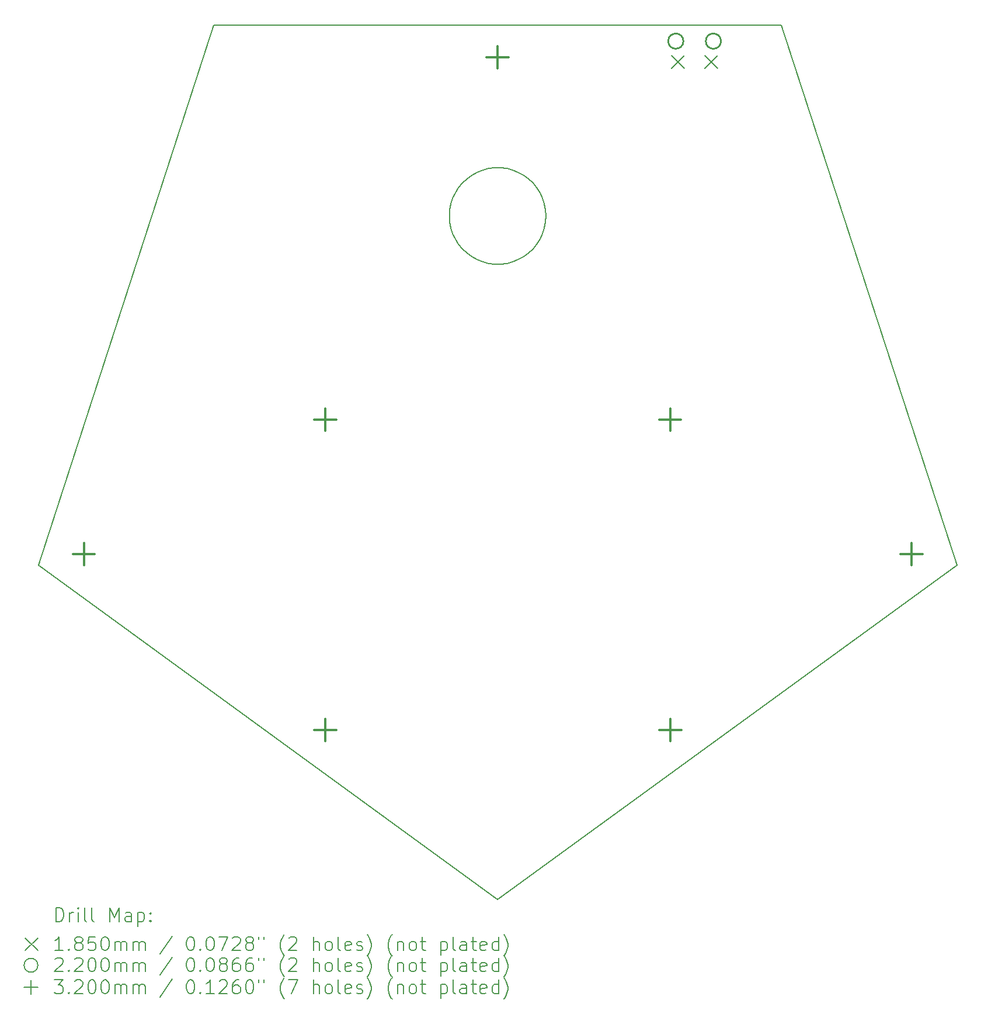
<source format=gbr>
%TF.GenerationSoftware,KiCad,Pcbnew,8.0.5*%
%TF.CreationDate,2024-10-05T13:16:59+02:00*%
%TF.ProjectId,valiant-turtle-2,76616c69-616e-4742-9d74-7572746c652d,rev?*%
%TF.SameCoordinates,Original*%
%TF.FileFunction,Drillmap*%
%TF.FilePolarity,Positive*%
%FSLAX45Y45*%
G04 Gerber Fmt 4.5, Leading zero omitted, Abs format (unit mm)*
G04 Created by KiCad (PCBNEW 8.0.5) date 2024-10-05 13:16:59*
%MOMM*%
%LPD*%
G01*
G04 APERTURE LIST*
%ADD10C,0.200000*%
%ADD11C,0.185000*%
%ADD12C,0.220000*%
%ADD13C,0.320000*%
G04 APERTURE END LIST*
D10*
X11828072Y-7411490D02*
X11855238Y-7327880D01*
X13184088Y-7411490D02*
X13200559Y-7497840D01*
X11892666Y-7248340D02*
X11939768Y-7174120D01*
X12881158Y-6994540D02*
X12952276Y-7046210D01*
X11855238Y-7327880D02*
X11892666Y-7248340D01*
X8391580Y-4822450D02*
X5848680Y-12648690D01*
X11995803Y-7106390D02*
X12059884Y-7046210D01*
X12881158Y-8176600D02*
X12804125Y-8218950D01*
X11828072Y-7759650D02*
X11811601Y-7673300D01*
X13119494Y-7248340D02*
X13156922Y-7327880D01*
X12374914Y-6897970D02*
X12462127Y-6886950D01*
X16620580Y-4822450D02*
X8391580Y-4822450D01*
X12952276Y-8124930D02*
X12881158Y-8176600D01*
X19163480Y-12648690D02*
X16620580Y-4822450D01*
X13200559Y-7673300D02*
X13184088Y-7759650D01*
X12722392Y-6919830D02*
X12804125Y-6952190D01*
X12804125Y-8218950D02*
X12722392Y-8251310D01*
X13184088Y-7759650D02*
X13156922Y-7843260D01*
X13200559Y-7497840D02*
X13206080Y-7585570D01*
X12637246Y-8273170D02*
X12550033Y-8284190D01*
X12722392Y-8251310D02*
X12637246Y-8273170D01*
X11811601Y-7497840D02*
X11828072Y-7411490D01*
X12462127Y-6886950D02*
X12550033Y-6886950D01*
X12637246Y-6897970D02*
X12722392Y-6919830D01*
X5848680Y-12648690D02*
X12506080Y-17485570D01*
X11892666Y-7922800D02*
X11855238Y-7843260D01*
X13016357Y-8064750D02*
X12952276Y-8124930D01*
X11995803Y-8064750D02*
X11939768Y-7997020D01*
X12131002Y-6994540D02*
X12208035Y-6952190D01*
X12374914Y-8273170D02*
X12289768Y-8251310D01*
X12289768Y-8251310D02*
X12208035Y-8218950D01*
X12059884Y-7046210D02*
X12131002Y-6994540D01*
X12952276Y-7046210D02*
X13016357Y-7106390D01*
X12550033Y-8284190D02*
X12462127Y-8284190D01*
X11811601Y-7673300D02*
X11806080Y-7585570D01*
X12208035Y-8218950D02*
X12131002Y-8176600D01*
X11855238Y-7843260D02*
X11828072Y-7759650D01*
X13206080Y-7585570D02*
X13200559Y-7673300D01*
X12462127Y-8284190D02*
X12374914Y-8273170D01*
X13072392Y-7997020D02*
X13016357Y-8064750D01*
X12804125Y-6952190D02*
X12881158Y-6994540D01*
X12550033Y-6886950D02*
X12637246Y-6897970D01*
X13156922Y-7327880D02*
X13184088Y-7411490D01*
X12506080Y-17485570D02*
X19163480Y-12648690D01*
X12059884Y-8124930D02*
X11995803Y-8064750D01*
X13119494Y-7922800D02*
X13072392Y-7997020D01*
X11939768Y-7997020D02*
X11892666Y-7922800D01*
X13072392Y-7174120D02*
X13119494Y-7248340D01*
X13156922Y-7843260D02*
X13119494Y-7922800D01*
X13016357Y-7106390D02*
X13072392Y-7174120D01*
X12289768Y-6919830D02*
X12374914Y-6897970D01*
X11806080Y-7585570D02*
X11811601Y-7497840D01*
X11939768Y-7174120D02*
X11995803Y-7106390D01*
X12131002Y-8176600D02*
X12059884Y-8124930D01*
X12208035Y-6952190D02*
X12289768Y-6919830D01*
D11*
X15026000Y-5264250D02*
X15211000Y-5449250D01*
X15211000Y-5264250D02*
X15026000Y-5449250D01*
X15511000Y-5264250D02*
X15696000Y-5449250D01*
X15696000Y-5264250D02*
X15511000Y-5449250D01*
D12*
X15198500Y-5053750D02*
G75*
G02*
X14978500Y-5053750I-110000J0D01*
G01*
X14978500Y-5053750D02*
G75*
G02*
X15198500Y-5053750I110000J0D01*
G01*
X15743500Y-5053750D02*
G75*
G02*
X15523500Y-5053750I-110000J0D01*
G01*
X15523500Y-5053750D02*
G75*
G02*
X15743500Y-5053750I110000J0D01*
G01*
D13*
X6505000Y-12326000D02*
X6505000Y-12646000D01*
X6345000Y-12486000D02*
X6665000Y-12486000D01*
X10006000Y-10376000D02*
X10006000Y-10696000D01*
X9846000Y-10536000D02*
X10166000Y-10536000D01*
X10006000Y-14876000D02*
X10006000Y-15196000D01*
X9846000Y-15036000D02*
X10166000Y-15036000D01*
X12505000Y-5125000D02*
X12505000Y-5445000D01*
X12345000Y-5285000D02*
X12665000Y-5285000D01*
X15006000Y-10375000D02*
X15006000Y-10695000D01*
X14846000Y-10535000D02*
X15166000Y-10535000D01*
X15007000Y-14876000D02*
X15007000Y-15196000D01*
X14847000Y-15036000D02*
X15167000Y-15036000D01*
X18506000Y-12326000D02*
X18506000Y-12646000D01*
X18346000Y-12486000D02*
X18666000Y-12486000D01*
D10*
X6099457Y-17807054D02*
X6099457Y-17607054D01*
X6099457Y-17607054D02*
X6147076Y-17607054D01*
X6147076Y-17607054D02*
X6175647Y-17616578D01*
X6175647Y-17616578D02*
X6194695Y-17635625D01*
X6194695Y-17635625D02*
X6204219Y-17654673D01*
X6204219Y-17654673D02*
X6213742Y-17692768D01*
X6213742Y-17692768D02*
X6213742Y-17721340D01*
X6213742Y-17721340D02*
X6204219Y-17759435D01*
X6204219Y-17759435D02*
X6194695Y-17778482D01*
X6194695Y-17778482D02*
X6175647Y-17797530D01*
X6175647Y-17797530D02*
X6147076Y-17807054D01*
X6147076Y-17807054D02*
X6099457Y-17807054D01*
X6299457Y-17807054D02*
X6299457Y-17673720D01*
X6299457Y-17711816D02*
X6308981Y-17692768D01*
X6308981Y-17692768D02*
X6318504Y-17683244D01*
X6318504Y-17683244D02*
X6337552Y-17673720D01*
X6337552Y-17673720D02*
X6356600Y-17673720D01*
X6423266Y-17807054D02*
X6423266Y-17673720D01*
X6423266Y-17607054D02*
X6413742Y-17616578D01*
X6413742Y-17616578D02*
X6423266Y-17626101D01*
X6423266Y-17626101D02*
X6432790Y-17616578D01*
X6432790Y-17616578D02*
X6423266Y-17607054D01*
X6423266Y-17607054D02*
X6423266Y-17626101D01*
X6547076Y-17807054D02*
X6528028Y-17797530D01*
X6528028Y-17797530D02*
X6518504Y-17778482D01*
X6518504Y-17778482D02*
X6518504Y-17607054D01*
X6651838Y-17807054D02*
X6632790Y-17797530D01*
X6632790Y-17797530D02*
X6623266Y-17778482D01*
X6623266Y-17778482D02*
X6623266Y-17607054D01*
X6880409Y-17807054D02*
X6880409Y-17607054D01*
X6880409Y-17607054D02*
X6947076Y-17749911D01*
X6947076Y-17749911D02*
X7013742Y-17607054D01*
X7013742Y-17607054D02*
X7013742Y-17807054D01*
X7194695Y-17807054D02*
X7194695Y-17702292D01*
X7194695Y-17702292D02*
X7185171Y-17683244D01*
X7185171Y-17683244D02*
X7166123Y-17673720D01*
X7166123Y-17673720D02*
X7128028Y-17673720D01*
X7128028Y-17673720D02*
X7108981Y-17683244D01*
X7194695Y-17797530D02*
X7175647Y-17807054D01*
X7175647Y-17807054D02*
X7128028Y-17807054D01*
X7128028Y-17807054D02*
X7108981Y-17797530D01*
X7108981Y-17797530D02*
X7099457Y-17778482D01*
X7099457Y-17778482D02*
X7099457Y-17759435D01*
X7099457Y-17759435D02*
X7108981Y-17740387D01*
X7108981Y-17740387D02*
X7128028Y-17730863D01*
X7128028Y-17730863D02*
X7175647Y-17730863D01*
X7175647Y-17730863D02*
X7194695Y-17721340D01*
X7289933Y-17673720D02*
X7289933Y-17873720D01*
X7289933Y-17683244D02*
X7308981Y-17673720D01*
X7308981Y-17673720D02*
X7347076Y-17673720D01*
X7347076Y-17673720D02*
X7366123Y-17683244D01*
X7366123Y-17683244D02*
X7375647Y-17692768D01*
X7375647Y-17692768D02*
X7385171Y-17711816D01*
X7385171Y-17711816D02*
X7385171Y-17768959D01*
X7385171Y-17768959D02*
X7375647Y-17788006D01*
X7375647Y-17788006D02*
X7366123Y-17797530D01*
X7366123Y-17797530D02*
X7347076Y-17807054D01*
X7347076Y-17807054D02*
X7308981Y-17807054D01*
X7308981Y-17807054D02*
X7289933Y-17797530D01*
X7470885Y-17788006D02*
X7480409Y-17797530D01*
X7480409Y-17797530D02*
X7470885Y-17807054D01*
X7470885Y-17807054D02*
X7461362Y-17797530D01*
X7461362Y-17797530D02*
X7470885Y-17788006D01*
X7470885Y-17788006D02*
X7470885Y-17807054D01*
X7470885Y-17683244D02*
X7480409Y-17692768D01*
X7480409Y-17692768D02*
X7470885Y-17702292D01*
X7470885Y-17702292D02*
X7461362Y-17692768D01*
X7461362Y-17692768D02*
X7470885Y-17683244D01*
X7470885Y-17683244D02*
X7470885Y-17702292D01*
D11*
X5653680Y-18043070D02*
X5838680Y-18228070D01*
X5838680Y-18043070D02*
X5653680Y-18228070D01*
D10*
X6204219Y-18227054D02*
X6089933Y-18227054D01*
X6147076Y-18227054D02*
X6147076Y-18027054D01*
X6147076Y-18027054D02*
X6128028Y-18055625D01*
X6128028Y-18055625D02*
X6108981Y-18074673D01*
X6108981Y-18074673D02*
X6089933Y-18084197D01*
X6289933Y-18208006D02*
X6299457Y-18217530D01*
X6299457Y-18217530D02*
X6289933Y-18227054D01*
X6289933Y-18227054D02*
X6280409Y-18217530D01*
X6280409Y-18217530D02*
X6289933Y-18208006D01*
X6289933Y-18208006D02*
X6289933Y-18227054D01*
X6413742Y-18112768D02*
X6394695Y-18103244D01*
X6394695Y-18103244D02*
X6385171Y-18093720D01*
X6385171Y-18093720D02*
X6375647Y-18074673D01*
X6375647Y-18074673D02*
X6375647Y-18065149D01*
X6375647Y-18065149D02*
X6385171Y-18046101D01*
X6385171Y-18046101D02*
X6394695Y-18036578D01*
X6394695Y-18036578D02*
X6413742Y-18027054D01*
X6413742Y-18027054D02*
X6451838Y-18027054D01*
X6451838Y-18027054D02*
X6470885Y-18036578D01*
X6470885Y-18036578D02*
X6480409Y-18046101D01*
X6480409Y-18046101D02*
X6489933Y-18065149D01*
X6489933Y-18065149D02*
X6489933Y-18074673D01*
X6489933Y-18074673D02*
X6480409Y-18093720D01*
X6480409Y-18093720D02*
X6470885Y-18103244D01*
X6470885Y-18103244D02*
X6451838Y-18112768D01*
X6451838Y-18112768D02*
X6413742Y-18112768D01*
X6413742Y-18112768D02*
X6394695Y-18122292D01*
X6394695Y-18122292D02*
X6385171Y-18131816D01*
X6385171Y-18131816D02*
X6375647Y-18150863D01*
X6375647Y-18150863D02*
X6375647Y-18188959D01*
X6375647Y-18188959D02*
X6385171Y-18208006D01*
X6385171Y-18208006D02*
X6394695Y-18217530D01*
X6394695Y-18217530D02*
X6413742Y-18227054D01*
X6413742Y-18227054D02*
X6451838Y-18227054D01*
X6451838Y-18227054D02*
X6470885Y-18217530D01*
X6470885Y-18217530D02*
X6480409Y-18208006D01*
X6480409Y-18208006D02*
X6489933Y-18188959D01*
X6489933Y-18188959D02*
X6489933Y-18150863D01*
X6489933Y-18150863D02*
X6480409Y-18131816D01*
X6480409Y-18131816D02*
X6470885Y-18122292D01*
X6470885Y-18122292D02*
X6451838Y-18112768D01*
X6670885Y-18027054D02*
X6575647Y-18027054D01*
X6575647Y-18027054D02*
X6566123Y-18122292D01*
X6566123Y-18122292D02*
X6575647Y-18112768D01*
X6575647Y-18112768D02*
X6594695Y-18103244D01*
X6594695Y-18103244D02*
X6642314Y-18103244D01*
X6642314Y-18103244D02*
X6661362Y-18112768D01*
X6661362Y-18112768D02*
X6670885Y-18122292D01*
X6670885Y-18122292D02*
X6680409Y-18141340D01*
X6680409Y-18141340D02*
X6680409Y-18188959D01*
X6680409Y-18188959D02*
X6670885Y-18208006D01*
X6670885Y-18208006D02*
X6661362Y-18217530D01*
X6661362Y-18217530D02*
X6642314Y-18227054D01*
X6642314Y-18227054D02*
X6594695Y-18227054D01*
X6594695Y-18227054D02*
X6575647Y-18217530D01*
X6575647Y-18217530D02*
X6566123Y-18208006D01*
X6804219Y-18027054D02*
X6823266Y-18027054D01*
X6823266Y-18027054D02*
X6842314Y-18036578D01*
X6842314Y-18036578D02*
X6851838Y-18046101D01*
X6851838Y-18046101D02*
X6861362Y-18065149D01*
X6861362Y-18065149D02*
X6870885Y-18103244D01*
X6870885Y-18103244D02*
X6870885Y-18150863D01*
X6870885Y-18150863D02*
X6861362Y-18188959D01*
X6861362Y-18188959D02*
X6851838Y-18208006D01*
X6851838Y-18208006D02*
X6842314Y-18217530D01*
X6842314Y-18217530D02*
X6823266Y-18227054D01*
X6823266Y-18227054D02*
X6804219Y-18227054D01*
X6804219Y-18227054D02*
X6785171Y-18217530D01*
X6785171Y-18217530D02*
X6775647Y-18208006D01*
X6775647Y-18208006D02*
X6766123Y-18188959D01*
X6766123Y-18188959D02*
X6756600Y-18150863D01*
X6756600Y-18150863D02*
X6756600Y-18103244D01*
X6756600Y-18103244D02*
X6766123Y-18065149D01*
X6766123Y-18065149D02*
X6775647Y-18046101D01*
X6775647Y-18046101D02*
X6785171Y-18036578D01*
X6785171Y-18036578D02*
X6804219Y-18027054D01*
X6956600Y-18227054D02*
X6956600Y-18093720D01*
X6956600Y-18112768D02*
X6966123Y-18103244D01*
X6966123Y-18103244D02*
X6985171Y-18093720D01*
X6985171Y-18093720D02*
X7013743Y-18093720D01*
X7013743Y-18093720D02*
X7032790Y-18103244D01*
X7032790Y-18103244D02*
X7042314Y-18122292D01*
X7042314Y-18122292D02*
X7042314Y-18227054D01*
X7042314Y-18122292D02*
X7051838Y-18103244D01*
X7051838Y-18103244D02*
X7070885Y-18093720D01*
X7070885Y-18093720D02*
X7099457Y-18093720D01*
X7099457Y-18093720D02*
X7118504Y-18103244D01*
X7118504Y-18103244D02*
X7128028Y-18122292D01*
X7128028Y-18122292D02*
X7128028Y-18227054D01*
X7223266Y-18227054D02*
X7223266Y-18093720D01*
X7223266Y-18112768D02*
X7232790Y-18103244D01*
X7232790Y-18103244D02*
X7251838Y-18093720D01*
X7251838Y-18093720D02*
X7280409Y-18093720D01*
X7280409Y-18093720D02*
X7299457Y-18103244D01*
X7299457Y-18103244D02*
X7308981Y-18122292D01*
X7308981Y-18122292D02*
X7308981Y-18227054D01*
X7308981Y-18122292D02*
X7318504Y-18103244D01*
X7318504Y-18103244D02*
X7337552Y-18093720D01*
X7337552Y-18093720D02*
X7366123Y-18093720D01*
X7366123Y-18093720D02*
X7385171Y-18103244D01*
X7385171Y-18103244D02*
X7394695Y-18122292D01*
X7394695Y-18122292D02*
X7394695Y-18227054D01*
X7785171Y-18017530D02*
X7613743Y-18274673D01*
X8042314Y-18027054D02*
X8061362Y-18027054D01*
X8061362Y-18027054D02*
X8080409Y-18036578D01*
X8080409Y-18036578D02*
X8089933Y-18046101D01*
X8089933Y-18046101D02*
X8099457Y-18065149D01*
X8099457Y-18065149D02*
X8108981Y-18103244D01*
X8108981Y-18103244D02*
X8108981Y-18150863D01*
X8108981Y-18150863D02*
X8099457Y-18188959D01*
X8099457Y-18188959D02*
X8089933Y-18208006D01*
X8089933Y-18208006D02*
X8080409Y-18217530D01*
X8080409Y-18217530D02*
X8061362Y-18227054D01*
X8061362Y-18227054D02*
X8042314Y-18227054D01*
X8042314Y-18227054D02*
X8023266Y-18217530D01*
X8023266Y-18217530D02*
X8013743Y-18208006D01*
X8013743Y-18208006D02*
X8004219Y-18188959D01*
X8004219Y-18188959D02*
X7994695Y-18150863D01*
X7994695Y-18150863D02*
X7994695Y-18103244D01*
X7994695Y-18103244D02*
X8004219Y-18065149D01*
X8004219Y-18065149D02*
X8013743Y-18046101D01*
X8013743Y-18046101D02*
X8023266Y-18036578D01*
X8023266Y-18036578D02*
X8042314Y-18027054D01*
X8194695Y-18208006D02*
X8204219Y-18217530D01*
X8204219Y-18217530D02*
X8194695Y-18227054D01*
X8194695Y-18227054D02*
X8185171Y-18217530D01*
X8185171Y-18217530D02*
X8194695Y-18208006D01*
X8194695Y-18208006D02*
X8194695Y-18227054D01*
X8328028Y-18027054D02*
X8347076Y-18027054D01*
X8347076Y-18027054D02*
X8366124Y-18036578D01*
X8366124Y-18036578D02*
X8375647Y-18046101D01*
X8375647Y-18046101D02*
X8385171Y-18065149D01*
X8385171Y-18065149D02*
X8394695Y-18103244D01*
X8394695Y-18103244D02*
X8394695Y-18150863D01*
X8394695Y-18150863D02*
X8385171Y-18188959D01*
X8385171Y-18188959D02*
X8375647Y-18208006D01*
X8375647Y-18208006D02*
X8366124Y-18217530D01*
X8366124Y-18217530D02*
X8347076Y-18227054D01*
X8347076Y-18227054D02*
X8328028Y-18227054D01*
X8328028Y-18227054D02*
X8308981Y-18217530D01*
X8308981Y-18217530D02*
X8299457Y-18208006D01*
X8299457Y-18208006D02*
X8289933Y-18188959D01*
X8289933Y-18188959D02*
X8280409Y-18150863D01*
X8280409Y-18150863D02*
X8280409Y-18103244D01*
X8280409Y-18103244D02*
X8289933Y-18065149D01*
X8289933Y-18065149D02*
X8299457Y-18046101D01*
X8299457Y-18046101D02*
X8308981Y-18036578D01*
X8308981Y-18036578D02*
X8328028Y-18027054D01*
X8461362Y-18027054D02*
X8594695Y-18027054D01*
X8594695Y-18027054D02*
X8508981Y-18227054D01*
X8661362Y-18046101D02*
X8670886Y-18036578D01*
X8670886Y-18036578D02*
X8689933Y-18027054D01*
X8689933Y-18027054D02*
X8737552Y-18027054D01*
X8737552Y-18027054D02*
X8756600Y-18036578D01*
X8756600Y-18036578D02*
X8766124Y-18046101D01*
X8766124Y-18046101D02*
X8775648Y-18065149D01*
X8775648Y-18065149D02*
X8775648Y-18084197D01*
X8775648Y-18084197D02*
X8766124Y-18112768D01*
X8766124Y-18112768D02*
X8651838Y-18227054D01*
X8651838Y-18227054D02*
X8775648Y-18227054D01*
X8889933Y-18112768D02*
X8870886Y-18103244D01*
X8870886Y-18103244D02*
X8861362Y-18093720D01*
X8861362Y-18093720D02*
X8851838Y-18074673D01*
X8851838Y-18074673D02*
X8851838Y-18065149D01*
X8851838Y-18065149D02*
X8861362Y-18046101D01*
X8861362Y-18046101D02*
X8870886Y-18036578D01*
X8870886Y-18036578D02*
X8889933Y-18027054D01*
X8889933Y-18027054D02*
X8928029Y-18027054D01*
X8928029Y-18027054D02*
X8947076Y-18036578D01*
X8947076Y-18036578D02*
X8956600Y-18046101D01*
X8956600Y-18046101D02*
X8966124Y-18065149D01*
X8966124Y-18065149D02*
X8966124Y-18074673D01*
X8966124Y-18074673D02*
X8956600Y-18093720D01*
X8956600Y-18093720D02*
X8947076Y-18103244D01*
X8947076Y-18103244D02*
X8928029Y-18112768D01*
X8928029Y-18112768D02*
X8889933Y-18112768D01*
X8889933Y-18112768D02*
X8870886Y-18122292D01*
X8870886Y-18122292D02*
X8861362Y-18131816D01*
X8861362Y-18131816D02*
X8851838Y-18150863D01*
X8851838Y-18150863D02*
X8851838Y-18188959D01*
X8851838Y-18188959D02*
X8861362Y-18208006D01*
X8861362Y-18208006D02*
X8870886Y-18217530D01*
X8870886Y-18217530D02*
X8889933Y-18227054D01*
X8889933Y-18227054D02*
X8928029Y-18227054D01*
X8928029Y-18227054D02*
X8947076Y-18217530D01*
X8947076Y-18217530D02*
X8956600Y-18208006D01*
X8956600Y-18208006D02*
X8966124Y-18188959D01*
X8966124Y-18188959D02*
X8966124Y-18150863D01*
X8966124Y-18150863D02*
X8956600Y-18131816D01*
X8956600Y-18131816D02*
X8947076Y-18122292D01*
X8947076Y-18122292D02*
X8928029Y-18112768D01*
X9042314Y-18027054D02*
X9042314Y-18065149D01*
X9118505Y-18027054D02*
X9118505Y-18065149D01*
X9413743Y-18303244D02*
X9404219Y-18293720D01*
X9404219Y-18293720D02*
X9385171Y-18265149D01*
X9385171Y-18265149D02*
X9375648Y-18246101D01*
X9375648Y-18246101D02*
X9366124Y-18217530D01*
X9366124Y-18217530D02*
X9356600Y-18169911D01*
X9356600Y-18169911D02*
X9356600Y-18131816D01*
X9356600Y-18131816D02*
X9366124Y-18084197D01*
X9366124Y-18084197D02*
X9375648Y-18055625D01*
X9375648Y-18055625D02*
X9385171Y-18036578D01*
X9385171Y-18036578D02*
X9404219Y-18008006D01*
X9404219Y-18008006D02*
X9413743Y-17998482D01*
X9480410Y-18046101D02*
X9489933Y-18036578D01*
X9489933Y-18036578D02*
X9508981Y-18027054D01*
X9508981Y-18027054D02*
X9556600Y-18027054D01*
X9556600Y-18027054D02*
X9575648Y-18036578D01*
X9575648Y-18036578D02*
X9585171Y-18046101D01*
X9585171Y-18046101D02*
X9594695Y-18065149D01*
X9594695Y-18065149D02*
X9594695Y-18084197D01*
X9594695Y-18084197D02*
X9585171Y-18112768D01*
X9585171Y-18112768D02*
X9470886Y-18227054D01*
X9470886Y-18227054D02*
X9594695Y-18227054D01*
X9832791Y-18227054D02*
X9832791Y-18027054D01*
X9918505Y-18227054D02*
X9918505Y-18122292D01*
X9918505Y-18122292D02*
X9908981Y-18103244D01*
X9908981Y-18103244D02*
X9889933Y-18093720D01*
X9889933Y-18093720D02*
X9861362Y-18093720D01*
X9861362Y-18093720D02*
X9842314Y-18103244D01*
X9842314Y-18103244D02*
X9832791Y-18112768D01*
X10042314Y-18227054D02*
X10023267Y-18217530D01*
X10023267Y-18217530D02*
X10013743Y-18208006D01*
X10013743Y-18208006D02*
X10004219Y-18188959D01*
X10004219Y-18188959D02*
X10004219Y-18131816D01*
X10004219Y-18131816D02*
X10013743Y-18112768D01*
X10013743Y-18112768D02*
X10023267Y-18103244D01*
X10023267Y-18103244D02*
X10042314Y-18093720D01*
X10042314Y-18093720D02*
X10070886Y-18093720D01*
X10070886Y-18093720D02*
X10089933Y-18103244D01*
X10089933Y-18103244D02*
X10099457Y-18112768D01*
X10099457Y-18112768D02*
X10108981Y-18131816D01*
X10108981Y-18131816D02*
X10108981Y-18188959D01*
X10108981Y-18188959D02*
X10099457Y-18208006D01*
X10099457Y-18208006D02*
X10089933Y-18217530D01*
X10089933Y-18217530D02*
X10070886Y-18227054D01*
X10070886Y-18227054D02*
X10042314Y-18227054D01*
X10223267Y-18227054D02*
X10204219Y-18217530D01*
X10204219Y-18217530D02*
X10194695Y-18198482D01*
X10194695Y-18198482D02*
X10194695Y-18027054D01*
X10375648Y-18217530D02*
X10356600Y-18227054D01*
X10356600Y-18227054D02*
X10318505Y-18227054D01*
X10318505Y-18227054D02*
X10299457Y-18217530D01*
X10299457Y-18217530D02*
X10289933Y-18198482D01*
X10289933Y-18198482D02*
X10289933Y-18122292D01*
X10289933Y-18122292D02*
X10299457Y-18103244D01*
X10299457Y-18103244D02*
X10318505Y-18093720D01*
X10318505Y-18093720D02*
X10356600Y-18093720D01*
X10356600Y-18093720D02*
X10375648Y-18103244D01*
X10375648Y-18103244D02*
X10385172Y-18122292D01*
X10385172Y-18122292D02*
X10385172Y-18141340D01*
X10385172Y-18141340D02*
X10289933Y-18160387D01*
X10461362Y-18217530D02*
X10480410Y-18227054D01*
X10480410Y-18227054D02*
X10518505Y-18227054D01*
X10518505Y-18227054D02*
X10537553Y-18217530D01*
X10537553Y-18217530D02*
X10547076Y-18198482D01*
X10547076Y-18198482D02*
X10547076Y-18188959D01*
X10547076Y-18188959D02*
X10537553Y-18169911D01*
X10537553Y-18169911D02*
X10518505Y-18160387D01*
X10518505Y-18160387D02*
X10489933Y-18160387D01*
X10489933Y-18160387D02*
X10470886Y-18150863D01*
X10470886Y-18150863D02*
X10461362Y-18131816D01*
X10461362Y-18131816D02*
X10461362Y-18122292D01*
X10461362Y-18122292D02*
X10470886Y-18103244D01*
X10470886Y-18103244D02*
X10489933Y-18093720D01*
X10489933Y-18093720D02*
X10518505Y-18093720D01*
X10518505Y-18093720D02*
X10537553Y-18103244D01*
X10613743Y-18303244D02*
X10623267Y-18293720D01*
X10623267Y-18293720D02*
X10642314Y-18265149D01*
X10642314Y-18265149D02*
X10651838Y-18246101D01*
X10651838Y-18246101D02*
X10661362Y-18217530D01*
X10661362Y-18217530D02*
X10670886Y-18169911D01*
X10670886Y-18169911D02*
X10670886Y-18131816D01*
X10670886Y-18131816D02*
X10661362Y-18084197D01*
X10661362Y-18084197D02*
X10651838Y-18055625D01*
X10651838Y-18055625D02*
X10642314Y-18036578D01*
X10642314Y-18036578D02*
X10623267Y-18008006D01*
X10623267Y-18008006D02*
X10613743Y-17998482D01*
X10975648Y-18303244D02*
X10966124Y-18293720D01*
X10966124Y-18293720D02*
X10947076Y-18265149D01*
X10947076Y-18265149D02*
X10937553Y-18246101D01*
X10937553Y-18246101D02*
X10928029Y-18217530D01*
X10928029Y-18217530D02*
X10918505Y-18169911D01*
X10918505Y-18169911D02*
X10918505Y-18131816D01*
X10918505Y-18131816D02*
X10928029Y-18084197D01*
X10928029Y-18084197D02*
X10937553Y-18055625D01*
X10937553Y-18055625D02*
X10947076Y-18036578D01*
X10947076Y-18036578D02*
X10966124Y-18008006D01*
X10966124Y-18008006D02*
X10975648Y-17998482D01*
X11051838Y-18093720D02*
X11051838Y-18227054D01*
X11051838Y-18112768D02*
X11061362Y-18103244D01*
X11061362Y-18103244D02*
X11080410Y-18093720D01*
X11080410Y-18093720D02*
X11108981Y-18093720D01*
X11108981Y-18093720D02*
X11128029Y-18103244D01*
X11128029Y-18103244D02*
X11137553Y-18122292D01*
X11137553Y-18122292D02*
X11137553Y-18227054D01*
X11261362Y-18227054D02*
X11242314Y-18217530D01*
X11242314Y-18217530D02*
X11232791Y-18208006D01*
X11232791Y-18208006D02*
X11223267Y-18188959D01*
X11223267Y-18188959D02*
X11223267Y-18131816D01*
X11223267Y-18131816D02*
X11232791Y-18112768D01*
X11232791Y-18112768D02*
X11242314Y-18103244D01*
X11242314Y-18103244D02*
X11261362Y-18093720D01*
X11261362Y-18093720D02*
X11289933Y-18093720D01*
X11289933Y-18093720D02*
X11308981Y-18103244D01*
X11308981Y-18103244D02*
X11318505Y-18112768D01*
X11318505Y-18112768D02*
X11328029Y-18131816D01*
X11328029Y-18131816D02*
X11328029Y-18188959D01*
X11328029Y-18188959D02*
X11318505Y-18208006D01*
X11318505Y-18208006D02*
X11308981Y-18217530D01*
X11308981Y-18217530D02*
X11289933Y-18227054D01*
X11289933Y-18227054D02*
X11261362Y-18227054D01*
X11385172Y-18093720D02*
X11461362Y-18093720D01*
X11413743Y-18027054D02*
X11413743Y-18198482D01*
X11413743Y-18198482D02*
X11423267Y-18217530D01*
X11423267Y-18217530D02*
X11442314Y-18227054D01*
X11442314Y-18227054D02*
X11461362Y-18227054D01*
X11680410Y-18093720D02*
X11680410Y-18293720D01*
X11680410Y-18103244D02*
X11699457Y-18093720D01*
X11699457Y-18093720D02*
X11737553Y-18093720D01*
X11737553Y-18093720D02*
X11756600Y-18103244D01*
X11756600Y-18103244D02*
X11766124Y-18112768D01*
X11766124Y-18112768D02*
X11775648Y-18131816D01*
X11775648Y-18131816D02*
X11775648Y-18188959D01*
X11775648Y-18188959D02*
X11766124Y-18208006D01*
X11766124Y-18208006D02*
X11756600Y-18217530D01*
X11756600Y-18217530D02*
X11737553Y-18227054D01*
X11737553Y-18227054D02*
X11699457Y-18227054D01*
X11699457Y-18227054D02*
X11680410Y-18217530D01*
X11889933Y-18227054D02*
X11870886Y-18217530D01*
X11870886Y-18217530D02*
X11861362Y-18198482D01*
X11861362Y-18198482D02*
X11861362Y-18027054D01*
X12051838Y-18227054D02*
X12051838Y-18122292D01*
X12051838Y-18122292D02*
X12042314Y-18103244D01*
X12042314Y-18103244D02*
X12023267Y-18093720D01*
X12023267Y-18093720D02*
X11985172Y-18093720D01*
X11985172Y-18093720D02*
X11966124Y-18103244D01*
X12051838Y-18217530D02*
X12032791Y-18227054D01*
X12032791Y-18227054D02*
X11985172Y-18227054D01*
X11985172Y-18227054D02*
X11966124Y-18217530D01*
X11966124Y-18217530D02*
X11956600Y-18198482D01*
X11956600Y-18198482D02*
X11956600Y-18179435D01*
X11956600Y-18179435D02*
X11966124Y-18160387D01*
X11966124Y-18160387D02*
X11985172Y-18150863D01*
X11985172Y-18150863D02*
X12032791Y-18150863D01*
X12032791Y-18150863D02*
X12051838Y-18141340D01*
X12118505Y-18093720D02*
X12194695Y-18093720D01*
X12147076Y-18027054D02*
X12147076Y-18198482D01*
X12147076Y-18198482D02*
X12156600Y-18217530D01*
X12156600Y-18217530D02*
X12175648Y-18227054D01*
X12175648Y-18227054D02*
X12194695Y-18227054D01*
X12337553Y-18217530D02*
X12318505Y-18227054D01*
X12318505Y-18227054D02*
X12280410Y-18227054D01*
X12280410Y-18227054D02*
X12261362Y-18217530D01*
X12261362Y-18217530D02*
X12251838Y-18198482D01*
X12251838Y-18198482D02*
X12251838Y-18122292D01*
X12251838Y-18122292D02*
X12261362Y-18103244D01*
X12261362Y-18103244D02*
X12280410Y-18093720D01*
X12280410Y-18093720D02*
X12318505Y-18093720D01*
X12318505Y-18093720D02*
X12337553Y-18103244D01*
X12337553Y-18103244D02*
X12347076Y-18122292D01*
X12347076Y-18122292D02*
X12347076Y-18141340D01*
X12347076Y-18141340D02*
X12251838Y-18160387D01*
X12518505Y-18227054D02*
X12518505Y-18027054D01*
X12518505Y-18217530D02*
X12499457Y-18227054D01*
X12499457Y-18227054D02*
X12461362Y-18227054D01*
X12461362Y-18227054D02*
X12442314Y-18217530D01*
X12442314Y-18217530D02*
X12432791Y-18208006D01*
X12432791Y-18208006D02*
X12423267Y-18188959D01*
X12423267Y-18188959D02*
X12423267Y-18131816D01*
X12423267Y-18131816D02*
X12432791Y-18112768D01*
X12432791Y-18112768D02*
X12442314Y-18103244D01*
X12442314Y-18103244D02*
X12461362Y-18093720D01*
X12461362Y-18093720D02*
X12499457Y-18093720D01*
X12499457Y-18093720D02*
X12518505Y-18103244D01*
X12594695Y-18303244D02*
X12604219Y-18293720D01*
X12604219Y-18293720D02*
X12623267Y-18265149D01*
X12623267Y-18265149D02*
X12632791Y-18246101D01*
X12632791Y-18246101D02*
X12642314Y-18217530D01*
X12642314Y-18217530D02*
X12651838Y-18169911D01*
X12651838Y-18169911D02*
X12651838Y-18131816D01*
X12651838Y-18131816D02*
X12642314Y-18084197D01*
X12642314Y-18084197D02*
X12632791Y-18055625D01*
X12632791Y-18055625D02*
X12623267Y-18036578D01*
X12623267Y-18036578D02*
X12604219Y-18008006D01*
X12604219Y-18008006D02*
X12594695Y-17998482D01*
X5838680Y-18440570D02*
G75*
G02*
X5638680Y-18440570I-100000J0D01*
G01*
X5638680Y-18440570D02*
G75*
G02*
X5838680Y-18440570I100000J0D01*
G01*
X6089933Y-18351101D02*
X6099457Y-18341578D01*
X6099457Y-18341578D02*
X6118504Y-18332054D01*
X6118504Y-18332054D02*
X6166123Y-18332054D01*
X6166123Y-18332054D02*
X6185171Y-18341578D01*
X6185171Y-18341578D02*
X6194695Y-18351101D01*
X6194695Y-18351101D02*
X6204219Y-18370149D01*
X6204219Y-18370149D02*
X6204219Y-18389197D01*
X6204219Y-18389197D02*
X6194695Y-18417768D01*
X6194695Y-18417768D02*
X6080409Y-18532054D01*
X6080409Y-18532054D02*
X6204219Y-18532054D01*
X6289933Y-18513006D02*
X6299457Y-18522530D01*
X6299457Y-18522530D02*
X6289933Y-18532054D01*
X6289933Y-18532054D02*
X6280409Y-18522530D01*
X6280409Y-18522530D02*
X6289933Y-18513006D01*
X6289933Y-18513006D02*
X6289933Y-18532054D01*
X6375647Y-18351101D02*
X6385171Y-18341578D01*
X6385171Y-18341578D02*
X6404219Y-18332054D01*
X6404219Y-18332054D02*
X6451838Y-18332054D01*
X6451838Y-18332054D02*
X6470885Y-18341578D01*
X6470885Y-18341578D02*
X6480409Y-18351101D01*
X6480409Y-18351101D02*
X6489933Y-18370149D01*
X6489933Y-18370149D02*
X6489933Y-18389197D01*
X6489933Y-18389197D02*
X6480409Y-18417768D01*
X6480409Y-18417768D02*
X6366123Y-18532054D01*
X6366123Y-18532054D02*
X6489933Y-18532054D01*
X6613742Y-18332054D02*
X6632790Y-18332054D01*
X6632790Y-18332054D02*
X6651838Y-18341578D01*
X6651838Y-18341578D02*
X6661362Y-18351101D01*
X6661362Y-18351101D02*
X6670885Y-18370149D01*
X6670885Y-18370149D02*
X6680409Y-18408244D01*
X6680409Y-18408244D02*
X6680409Y-18455863D01*
X6680409Y-18455863D02*
X6670885Y-18493959D01*
X6670885Y-18493959D02*
X6661362Y-18513006D01*
X6661362Y-18513006D02*
X6651838Y-18522530D01*
X6651838Y-18522530D02*
X6632790Y-18532054D01*
X6632790Y-18532054D02*
X6613742Y-18532054D01*
X6613742Y-18532054D02*
X6594695Y-18522530D01*
X6594695Y-18522530D02*
X6585171Y-18513006D01*
X6585171Y-18513006D02*
X6575647Y-18493959D01*
X6575647Y-18493959D02*
X6566123Y-18455863D01*
X6566123Y-18455863D02*
X6566123Y-18408244D01*
X6566123Y-18408244D02*
X6575647Y-18370149D01*
X6575647Y-18370149D02*
X6585171Y-18351101D01*
X6585171Y-18351101D02*
X6594695Y-18341578D01*
X6594695Y-18341578D02*
X6613742Y-18332054D01*
X6804219Y-18332054D02*
X6823266Y-18332054D01*
X6823266Y-18332054D02*
X6842314Y-18341578D01*
X6842314Y-18341578D02*
X6851838Y-18351101D01*
X6851838Y-18351101D02*
X6861362Y-18370149D01*
X6861362Y-18370149D02*
X6870885Y-18408244D01*
X6870885Y-18408244D02*
X6870885Y-18455863D01*
X6870885Y-18455863D02*
X6861362Y-18493959D01*
X6861362Y-18493959D02*
X6851838Y-18513006D01*
X6851838Y-18513006D02*
X6842314Y-18522530D01*
X6842314Y-18522530D02*
X6823266Y-18532054D01*
X6823266Y-18532054D02*
X6804219Y-18532054D01*
X6804219Y-18532054D02*
X6785171Y-18522530D01*
X6785171Y-18522530D02*
X6775647Y-18513006D01*
X6775647Y-18513006D02*
X6766123Y-18493959D01*
X6766123Y-18493959D02*
X6756600Y-18455863D01*
X6756600Y-18455863D02*
X6756600Y-18408244D01*
X6756600Y-18408244D02*
X6766123Y-18370149D01*
X6766123Y-18370149D02*
X6775647Y-18351101D01*
X6775647Y-18351101D02*
X6785171Y-18341578D01*
X6785171Y-18341578D02*
X6804219Y-18332054D01*
X6956600Y-18532054D02*
X6956600Y-18398720D01*
X6956600Y-18417768D02*
X6966123Y-18408244D01*
X6966123Y-18408244D02*
X6985171Y-18398720D01*
X6985171Y-18398720D02*
X7013743Y-18398720D01*
X7013743Y-18398720D02*
X7032790Y-18408244D01*
X7032790Y-18408244D02*
X7042314Y-18427292D01*
X7042314Y-18427292D02*
X7042314Y-18532054D01*
X7042314Y-18427292D02*
X7051838Y-18408244D01*
X7051838Y-18408244D02*
X7070885Y-18398720D01*
X7070885Y-18398720D02*
X7099457Y-18398720D01*
X7099457Y-18398720D02*
X7118504Y-18408244D01*
X7118504Y-18408244D02*
X7128028Y-18427292D01*
X7128028Y-18427292D02*
X7128028Y-18532054D01*
X7223266Y-18532054D02*
X7223266Y-18398720D01*
X7223266Y-18417768D02*
X7232790Y-18408244D01*
X7232790Y-18408244D02*
X7251838Y-18398720D01*
X7251838Y-18398720D02*
X7280409Y-18398720D01*
X7280409Y-18398720D02*
X7299457Y-18408244D01*
X7299457Y-18408244D02*
X7308981Y-18427292D01*
X7308981Y-18427292D02*
X7308981Y-18532054D01*
X7308981Y-18427292D02*
X7318504Y-18408244D01*
X7318504Y-18408244D02*
X7337552Y-18398720D01*
X7337552Y-18398720D02*
X7366123Y-18398720D01*
X7366123Y-18398720D02*
X7385171Y-18408244D01*
X7385171Y-18408244D02*
X7394695Y-18427292D01*
X7394695Y-18427292D02*
X7394695Y-18532054D01*
X7785171Y-18322530D02*
X7613743Y-18579673D01*
X8042314Y-18332054D02*
X8061362Y-18332054D01*
X8061362Y-18332054D02*
X8080409Y-18341578D01*
X8080409Y-18341578D02*
X8089933Y-18351101D01*
X8089933Y-18351101D02*
X8099457Y-18370149D01*
X8099457Y-18370149D02*
X8108981Y-18408244D01*
X8108981Y-18408244D02*
X8108981Y-18455863D01*
X8108981Y-18455863D02*
X8099457Y-18493959D01*
X8099457Y-18493959D02*
X8089933Y-18513006D01*
X8089933Y-18513006D02*
X8080409Y-18522530D01*
X8080409Y-18522530D02*
X8061362Y-18532054D01*
X8061362Y-18532054D02*
X8042314Y-18532054D01*
X8042314Y-18532054D02*
X8023266Y-18522530D01*
X8023266Y-18522530D02*
X8013743Y-18513006D01*
X8013743Y-18513006D02*
X8004219Y-18493959D01*
X8004219Y-18493959D02*
X7994695Y-18455863D01*
X7994695Y-18455863D02*
X7994695Y-18408244D01*
X7994695Y-18408244D02*
X8004219Y-18370149D01*
X8004219Y-18370149D02*
X8013743Y-18351101D01*
X8013743Y-18351101D02*
X8023266Y-18341578D01*
X8023266Y-18341578D02*
X8042314Y-18332054D01*
X8194695Y-18513006D02*
X8204219Y-18522530D01*
X8204219Y-18522530D02*
X8194695Y-18532054D01*
X8194695Y-18532054D02*
X8185171Y-18522530D01*
X8185171Y-18522530D02*
X8194695Y-18513006D01*
X8194695Y-18513006D02*
X8194695Y-18532054D01*
X8328028Y-18332054D02*
X8347076Y-18332054D01*
X8347076Y-18332054D02*
X8366124Y-18341578D01*
X8366124Y-18341578D02*
X8375647Y-18351101D01*
X8375647Y-18351101D02*
X8385171Y-18370149D01*
X8385171Y-18370149D02*
X8394695Y-18408244D01*
X8394695Y-18408244D02*
X8394695Y-18455863D01*
X8394695Y-18455863D02*
X8385171Y-18493959D01*
X8385171Y-18493959D02*
X8375647Y-18513006D01*
X8375647Y-18513006D02*
X8366124Y-18522530D01*
X8366124Y-18522530D02*
X8347076Y-18532054D01*
X8347076Y-18532054D02*
X8328028Y-18532054D01*
X8328028Y-18532054D02*
X8308981Y-18522530D01*
X8308981Y-18522530D02*
X8299457Y-18513006D01*
X8299457Y-18513006D02*
X8289933Y-18493959D01*
X8289933Y-18493959D02*
X8280409Y-18455863D01*
X8280409Y-18455863D02*
X8280409Y-18408244D01*
X8280409Y-18408244D02*
X8289933Y-18370149D01*
X8289933Y-18370149D02*
X8299457Y-18351101D01*
X8299457Y-18351101D02*
X8308981Y-18341578D01*
X8308981Y-18341578D02*
X8328028Y-18332054D01*
X8508981Y-18417768D02*
X8489933Y-18408244D01*
X8489933Y-18408244D02*
X8480409Y-18398720D01*
X8480409Y-18398720D02*
X8470886Y-18379673D01*
X8470886Y-18379673D02*
X8470886Y-18370149D01*
X8470886Y-18370149D02*
X8480409Y-18351101D01*
X8480409Y-18351101D02*
X8489933Y-18341578D01*
X8489933Y-18341578D02*
X8508981Y-18332054D01*
X8508981Y-18332054D02*
X8547076Y-18332054D01*
X8547076Y-18332054D02*
X8566124Y-18341578D01*
X8566124Y-18341578D02*
X8575648Y-18351101D01*
X8575648Y-18351101D02*
X8585171Y-18370149D01*
X8585171Y-18370149D02*
X8585171Y-18379673D01*
X8585171Y-18379673D02*
X8575648Y-18398720D01*
X8575648Y-18398720D02*
X8566124Y-18408244D01*
X8566124Y-18408244D02*
X8547076Y-18417768D01*
X8547076Y-18417768D02*
X8508981Y-18417768D01*
X8508981Y-18417768D02*
X8489933Y-18427292D01*
X8489933Y-18427292D02*
X8480409Y-18436816D01*
X8480409Y-18436816D02*
X8470886Y-18455863D01*
X8470886Y-18455863D02*
X8470886Y-18493959D01*
X8470886Y-18493959D02*
X8480409Y-18513006D01*
X8480409Y-18513006D02*
X8489933Y-18522530D01*
X8489933Y-18522530D02*
X8508981Y-18532054D01*
X8508981Y-18532054D02*
X8547076Y-18532054D01*
X8547076Y-18532054D02*
X8566124Y-18522530D01*
X8566124Y-18522530D02*
X8575648Y-18513006D01*
X8575648Y-18513006D02*
X8585171Y-18493959D01*
X8585171Y-18493959D02*
X8585171Y-18455863D01*
X8585171Y-18455863D02*
X8575648Y-18436816D01*
X8575648Y-18436816D02*
X8566124Y-18427292D01*
X8566124Y-18427292D02*
X8547076Y-18417768D01*
X8756600Y-18332054D02*
X8718505Y-18332054D01*
X8718505Y-18332054D02*
X8699457Y-18341578D01*
X8699457Y-18341578D02*
X8689933Y-18351101D01*
X8689933Y-18351101D02*
X8670886Y-18379673D01*
X8670886Y-18379673D02*
X8661362Y-18417768D01*
X8661362Y-18417768D02*
X8661362Y-18493959D01*
X8661362Y-18493959D02*
X8670886Y-18513006D01*
X8670886Y-18513006D02*
X8680409Y-18522530D01*
X8680409Y-18522530D02*
X8699457Y-18532054D01*
X8699457Y-18532054D02*
X8737552Y-18532054D01*
X8737552Y-18532054D02*
X8756600Y-18522530D01*
X8756600Y-18522530D02*
X8766124Y-18513006D01*
X8766124Y-18513006D02*
X8775648Y-18493959D01*
X8775648Y-18493959D02*
X8775648Y-18446340D01*
X8775648Y-18446340D02*
X8766124Y-18427292D01*
X8766124Y-18427292D02*
X8756600Y-18417768D01*
X8756600Y-18417768D02*
X8737552Y-18408244D01*
X8737552Y-18408244D02*
X8699457Y-18408244D01*
X8699457Y-18408244D02*
X8680409Y-18417768D01*
X8680409Y-18417768D02*
X8670886Y-18427292D01*
X8670886Y-18427292D02*
X8661362Y-18446340D01*
X8947076Y-18332054D02*
X8908981Y-18332054D01*
X8908981Y-18332054D02*
X8889933Y-18341578D01*
X8889933Y-18341578D02*
X8880409Y-18351101D01*
X8880409Y-18351101D02*
X8861362Y-18379673D01*
X8861362Y-18379673D02*
X8851838Y-18417768D01*
X8851838Y-18417768D02*
X8851838Y-18493959D01*
X8851838Y-18493959D02*
X8861362Y-18513006D01*
X8861362Y-18513006D02*
X8870886Y-18522530D01*
X8870886Y-18522530D02*
X8889933Y-18532054D01*
X8889933Y-18532054D02*
X8928029Y-18532054D01*
X8928029Y-18532054D02*
X8947076Y-18522530D01*
X8947076Y-18522530D02*
X8956600Y-18513006D01*
X8956600Y-18513006D02*
X8966124Y-18493959D01*
X8966124Y-18493959D02*
X8966124Y-18446340D01*
X8966124Y-18446340D02*
X8956600Y-18427292D01*
X8956600Y-18427292D02*
X8947076Y-18417768D01*
X8947076Y-18417768D02*
X8928029Y-18408244D01*
X8928029Y-18408244D02*
X8889933Y-18408244D01*
X8889933Y-18408244D02*
X8870886Y-18417768D01*
X8870886Y-18417768D02*
X8861362Y-18427292D01*
X8861362Y-18427292D02*
X8851838Y-18446340D01*
X9042314Y-18332054D02*
X9042314Y-18370149D01*
X9118505Y-18332054D02*
X9118505Y-18370149D01*
X9413743Y-18608244D02*
X9404219Y-18598720D01*
X9404219Y-18598720D02*
X9385171Y-18570149D01*
X9385171Y-18570149D02*
X9375648Y-18551101D01*
X9375648Y-18551101D02*
X9366124Y-18522530D01*
X9366124Y-18522530D02*
X9356600Y-18474911D01*
X9356600Y-18474911D02*
X9356600Y-18436816D01*
X9356600Y-18436816D02*
X9366124Y-18389197D01*
X9366124Y-18389197D02*
X9375648Y-18360625D01*
X9375648Y-18360625D02*
X9385171Y-18341578D01*
X9385171Y-18341578D02*
X9404219Y-18313006D01*
X9404219Y-18313006D02*
X9413743Y-18303482D01*
X9480410Y-18351101D02*
X9489933Y-18341578D01*
X9489933Y-18341578D02*
X9508981Y-18332054D01*
X9508981Y-18332054D02*
X9556600Y-18332054D01*
X9556600Y-18332054D02*
X9575648Y-18341578D01*
X9575648Y-18341578D02*
X9585171Y-18351101D01*
X9585171Y-18351101D02*
X9594695Y-18370149D01*
X9594695Y-18370149D02*
X9594695Y-18389197D01*
X9594695Y-18389197D02*
X9585171Y-18417768D01*
X9585171Y-18417768D02*
X9470886Y-18532054D01*
X9470886Y-18532054D02*
X9594695Y-18532054D01*
X9832791Y-18532054D02*
X9832791Y-18332054D01*
X9918505Y-18532054D02*
X9918505Y-18427292D01*
X9918505Y-18427292D02*
X9908981Y-18408244D01*
X9908981Y-18408244D02*
X9889933Y-18398720D01*
X9889933Y-18398720D02*
X9861362Y-18398720D01*
X9861362Y-18398720D02*
X9842314Y-18408244D01*
X9842314Y-18408244D02*
X9832791Y-18417768D01*
X10042314Y-18532054D02*
X10023267Y-18522530D01*
X10023267Y-18522530D02*
X10013743Y-18513006D01*
X10013743Y-18513006D02*
X10004219Y-18493959D01*
X10004219Y-18493959D02*
X10004219Y-18436816D01*
X10004219Y-18436816D02*
X10013743Y-18417768D01*
X10013743Y-18417768D02*
X10023267Y-18408244D01*
X10023267Y-18408244D02*
X10042314Y-18398720D01*
X10042314Y-18398720D02*
X10070886Y-18398720D01*
X10070886Y-18398720D02*
X10089933Y-18408244D01*
X10089933Y-18408244D02*
X10099457Y-18417768D01*
X10099457Y-18417768D02*
X10108981Y-18436816D01*
X10108981Y-18436816D02*
X10108981Y-18493959D01*
X10108981Y-18493959D02*
X10099457Y-18513006D01*
X10099457Y-18513006D02*
X10089933Y-18522530D01*
X10089933Y-18522530D02*
X10070886Y-18532054D01*
X10070886Y-18532054D02*
X10042314Y-18532054D01*
X10223267Y-18532054D02*
X10204219Y-18522530D01*
X10204219Y-18522530D02*
X10194695Y-18503482D01*
X10194695Y-18503482D02*
X10194695Y-18332054D01*
X10375648Y-18522530D02*
X10356600Y-18532054D01*
X10356600Y-18532054D02*
X10318505Y-18532054D01*
X10318505Y-18532054D02*
X10299457Y-18522530D01*
X10299457Y-18522530D02*
X10289933Y-18503482D01*
X10289933Y-18503482D02*
X10289933Y-18427292D01*
X10289933Y-18427292D02*
X10299457Y-18408244D01*
X10299457Y-18408244D02*
X10318505Y-18398720D01*
X10318505Y-18398720D02*
X10356600Y-18398720D01*
X10356600Y-18398720D02*
X10375648Y-18408244D01*
X10375648Y-18408244D02*
X10385172Y-18427292D01*
X10385172Y-18427292D02*
X10385172Y-18446340D01*
X10385172Y-18446340D02*
X10289933Y-18465387D01*
X10461362Y-18522530D02*
X10480410Y-18532054D01*
X10480410Y-18532054D02*
X10518505Y-18532054D01*
X10518505Y-18532054D02*
X10537553Y-18522530D01*
X10537553Y-18522530D02*
X10547076Y-18503482D01*
X10547076Y-18503482D02*
X10547076Y-18493959D01*
X10547076Y-18493959D02*
X10537553Y-18474911D01*
X10537553Y-18474911D02*
X10518505Y-18465387D01*
X10518505Y-18465387D02*
X10489933Y-18465387D01*
X10489933Y-18465387D02*
X10470886Y-18455863D01*
X10470886Y-18455863D02*
X10461362Y-18436816D01*
X10461362Y-18436816D02*
X10461362Y-18427292D01*
X10461362Y-18427292D02*
X10470886Y-18408244D01*
X10470886Y-18408244D02*
X10489933Y-18398720D01*
X10489933Y-18398720D02*
X10518505Y-18398720D01*
X10518505Y-18398720D02*
X10537553Y-18408244D01*
X10613743Y-18608244D02*
X10623267Y-18598720D01*
X10623267Y-18598720D02*
X10642314Y-18570149D01*
X10642314Y-18570149D02*
X10651838Y-18551101D01*
X10651838Y-18551101D02*
X10661362Y-18522530D01*
X10661362Y-18522530D02*
X10670886Y-18474911D01*
X10670886Y-18474911D02*
X10670886Y-18436816D01*
X10670886Y-18436816D02*
X10661362Y-18389197D01*
X10661362Y-18389197D02*
X10651838Y-18360625D01*
X10651838Y-18360625D02*
X10642314Y-18341578D01*
X10642314Y-18341578D02*
X10623267Y-18313006D01*
X10623267Y-18313006D02*
X10613743Y-18303482D01*
X10975648Y-18608244D02*
X10966124Y-18598720D01*
X10966124Y-18598720D02*
X10947076Y-18570149D01*
X10947076Y-18570149D02*
X10937553Y-18551101D01*
X10937553Y-18551101D02*
X10928029Y-18522530D01*
X10928029Y-18522530D02*
X10918505Y-18474911D01*
X10918505Y-18474911D02*
X10918505Y-18436816D01*
X10918505Y-18436816D02*
X10928029Y-18389197D01*
X10928029Y-18389197D02*
X10937553Y-18360625D01*
X10937553Y-18360625D02*
X10947076Y-18341578D01*
X10947076Y-18341578D02*
X10966124Y-18313006D01*
X10966124Y-18313006D02*
X10975648Y-18303482D01*
X11051838Y-18398720D02*
X11051838Y-18532054D01*
X11051838Y-18417768D02*
X11061362Y-18408244D01*
X11061362Y-18408244D02*
X11080410Y-18398720D01*
X11080410Y-18398720D02*
X11108981Y-18398720D01*
X11108981Y-18398720D02*
X11128029Y-18408244D01*
X11128029Y-18408244D02*
X11137553Y-18427292D01*
X11137553Y-18427292D02*
X11137553Y-18532054D01*
X11261362Y-18532054D02*
X11242314Y-18522530D01*
X11242314Y-18522530D02*
X11232791Y-18513006D01*
X11232791Y-18513006D02*
X11223267Y-18493959D01*
X11223267Y-18493959D02*
X11223267Y-18436816D01*
X11223267Y-18436816D02*
X11232791Y-18417768D01*
X11232791Y-18417768D02*
X11242314Y-18408244D01*
X11242314Y-18408244D02*
X11261362Y-18398720D01*
X11261362Y-18398720D02*
X11289933Y-18398720D01*
X11289933Y-18398720D02*
X11308981Y-18408244D01*
X11308981Y-18408244D02*
X11318505Y-18417768D01*
X11318505Y-18417768D02*
X11328029Y-18436816D01*
X11328029Y-18436816D02*
X11328029Y-18493959D01*
X11328029Y-18493959D02*
X11318505Y-18513006D01*
X11318505Y-18513006D02*
X11308981Y-18522530D01*
X11308981Y-18522530D02*
X11289933Y-18532054D01*
X11289933Y-18532054D02*
X11261362Y-18532054D01*
X11385172Y-18398720D02*
X11461362Y-18398720D01*
X11413743Y-18332054D02*
X11413743Y-18503482D01*
X11413743Y-18503482D02*
X11423267Y-18522530D01*
X11423267Y-18522530D02*
X11442314Y-18532054D01*
X11442314Y-18532054D02*
X11461362Y-18532054D01*
X11680410Y-18398720D02*
X11680410Y-18598720D01*
X11680410Y-18408244D02*
X11699457Y-18398720D01*
X11699457Y-18398720D02*
X11737553Y-18398720D01*
X11737553Y-18398720D02*
X11756600Y-18408244D01*
X11756600Y-18408244D02*
X11766124Y-18417768D01*
X11766124Y-18417768D02*
X11775648Y-18436816D01*
X11775648Y-18436816D02*
X11775648Y-18493959D01*
X11775648Y-18493959D02*
X11766124Y-18513006D01*
X11766124Y-18513006D02*
X11756600Y-18522530D01*
X11756600Y-18522530D02*
X11737553Y-18532054D01*
X11737553Y-18532054D02*
X11699457Y-18532054D01*
X11699457Y-18532054D02*
X11680410Y-18522530D01*
X11889933Y-18532054D02*
X11870886Y-18522530D01*
X11870886Y-18522530D02*
X11861362Y-18503482D01*
X11861362Y-18503482D02*
X11861362Y-18332054D01*
X12051838Y-18532054D02*
X12051838Y-18427292D01*
X12051838Y-18427292D02*
X12042314Y-18408244D01*
X12042314Y-18408244D02*
X12023267Y-18398720D01*
X12023267Y-18398720D02*
X11985172Y-18398720D01*
X11985172Y-18398720D02*
X11966124Y-18408244D01*
X12051838Y-18522530D02*
X12032791Y-18532054D01*
X12032791Y-18532054D02*
X11985172Y-18532054D01*
X11985172Y-18532054D02*
X11966124Y-18522530D01*
X11966124Y-18522530D02*
X11956600Y-18503482D01*
X11956600Y-18503482D02*
X11956600Y-18484435D01*
X11956600Y-18484435D02*
X11966124Y-18465387D01*
X11966124Y-18465387D02*
X11985172Y-18455863D01*
X11985172Y-18455863D02*
X12032791Y-18455863D01*
X12032791Y-18455863D02*
X12051838Y-18446340D01*
X12118505Y-18398720D02*
X12194695Y-18398720D01*
X12147076Y-18332054D02*
X12147076Y-18503482D01*
X12147076Y-18503482D02*
X12156600Y-18522530D01*
X12156600Y-18522530D02*
X12175648Y-18532054D01*
X12175648Y-18532054D02*
X12194695Y-18532054D01*
X12337553Y-18522530D02*
X12318505Y-18532054D01*
X12318505Y-18532054D02*
X12280410Y-18532054D01*
X12280410Y-18532054D02*
X12261362Y-18522530D01*
X12261362Y-18522530D02*
X12251838Y-18503482D01*
X12251838Y-18503482D02*
X12251838Y-18427292D01*
X12251838Y-18427292D02*
X12261362Y-18408244D01*
X12261362Y-18408244D02*
X12280410Y-18398720D01*
X12280410Y-18398720D02*
X12318505Y-18398720D01*
X12318505Y-18398720D02*
X12337553Y-18408244D01*
X12337553Y-18408244D02*
X12347076Y-18427292D01*
X12347076Y-18427292D02*
X12347076Y-18446340D01*
X12347076Y-18446340D02*
X12251838Y-18465387D01*
X12518505Y-18532054D02*
X12518505Y-18332054D01*
X12518505Y-18522530D02*
X12499457Y-18532054D01*
X12499457Y-18532054D02*
X12461362Y-18532054D01*
X12461362Y-18532054D02*
X12442314Y-18522530D01*
X12442314Y-18522530D02*
X12432791Y-18513006D01*
X12432791Y-18513006D02*
X12423267Y-18493959D01*
X12423267Y-18493959D02*
X12423267Y-18436816D01*
X12423267Y-18436816D02*
X12432791Y-18417768D01*
X12432791Y-18417768D02*
X12442314Y-18408244D01*
X12442314Y-18408244D02*
X12461362Y-18398720D01*
X12461362Y-18398720D02*
X12499457Y-18398720D01*
X12499457Y-18398720D02*
X12518505Y-18408244D01*
X12594695Y-18608244D02*
X12604219Y-18598720D01*
X12604219Y-18598720D02*
X12623267Y-18570149D01*
X12623267Y-18570149D02*
X12632791Y-18551101D01*
X12632791Y-18551101D02*
X12642314Y-18522530D01*
X12642314Y-18522530D02*
X12651838Y-18474911D01*
X12651838Y-18474911D02*
X12651838Y-18436816D01*
X12651838Y-18436816D02*
X12642314Y-18389197D01*
X12642314Y-18389197D02*
X12632791Y-18360625D01*
X12632791Y-18360625D02*
X12623267Y-18341578D01*
X12623267Y-18341578D02*
X12604219Y-18313006D01*
X12604219Y-18313006D02*
X12594695Y-18303482D01*
X5738680Y-18660570D02*
X5738680Y-18860570D01*
X5638680Y-18760570D02*
X5838680Y-18760570D01*
X6080409Y-18652054D02*
X6204219Y-18652054D01*
X6204219Y-18652054D02*
X6137552Y-18728244D01*
X6137552Y-18728244D02*
X6166123Y-18728244D01*
X6166123Y-18728244D02*
X6185171Y-18737768D01*
X6185171Y-18737768D02*
X6194695Y-18747292D01*
X6194695Y-18747292D02*
X6204219Y-18766340D01*
X6204219Y-18766340D02*
X6204219Y-18813959D01*
X6204219Y-18813959D02*
X6194695Y-18833006D01*
X6194695Y-18833006D02*
X6185171Y-18842530D01*
X6185171Y-18842530D02*
X6166123Y-18852054D01*
X6166123Y-18852054D02*
X6108981Y-18852054D01*
X6108981Y-18852054D02*
X6089933Y-18842530D01*
X6089933Y-18842530D02*
X6080409Y-18833006D01*
X6289933Y-18833006D02*
X6299457Y-18842530D01*
X6299457Y-18842530D02*
X6289933Y-18852054D01*
X6289933Y-18852054D02*
X6280409Y-18842530D01*
X6280409Y-18842530D02*
X6289933Y-18833006D01*
X6289933Y-18833006D02*
X6289933Y-18852054D01*
X6375647Y-18671101D02*
X6385171Y-18661578D01*
X6385171Y-18661578D02*
X6404219Y-18652054D01*
X6404219Y-18652054D02*
X6451838Y-18652054D01*
X6451838Y-18652054D02*
X6470885Y-18661578D01*
X6470885Y-18661578D02*
X6480409Y-18671101D01*
X6480409Y-18671101D02*
X6489933Y-18690149D01*
X6489933Y-18690149D02*
X6489933Y-18709197D01*
X6489933Y-18709197D02*
X6480409Y-18737768D01*
X6480409Y-18737768D02*
X6366123Y-18852054D01*
X6366123Y-18852054D02*
X6489933Y-18852054D01*
X6613742Y-18652054D02*
X6632790Y-18652054D01*
X6632790Y-18652054D02*
X6651838Y-18661578D01*
X6651838Y-18661578D02*
X6661362Y-18671101D01*
X6661362Y-18671101D02*
X6670885Y-18690149D01*
X6670885Y-18690149D02*
X6680409Y-18728244D01*
X6680409Y-18728244D02*
X6680409Y-18775863D01*
X6680409Y-18775863D02*
X6670885Y-18813959D01*
X6670885Y-18813959D02*
X6661362Y-18833006D01*
X6661362Y-18833006D02*
X6651838Y-18842530D01*
X6651838Y-18842530D02*
X6632790Y-18852054D01*
X6632790Y-18852054D02*
X6613742Y-18852054D01*
X6613742Y-18852054D02*
X6594695Y-18842530D01*
X6594695Y-18842530D02*
X6585171Y-18833006D01*
X6585171Y-18833006D02*
X6575647Y-18813959D01*
X6575647Y-18813959D02*
X6566123Y-18775863D01*
X6566123Y-18775863D02*
X6566123Y-18728244D01*
X6566123Y-18728244D02*
X6575647Y-18690149D01*
X6575647Y-18690149D02*
X6585171Y-18671101D01*
X6585171Y-18671101D02*
X6594695Y-18661578D01*
X6594695Y-18661578D02*
X6613742Y-18652054D01*
X6804219Y-18652054D02*
X6823266Y-18652054D01*
X6823266Y-18652054D02*
X6842314Y-18661578D01*
X6842314Y-18661578D02*
X6851838Y-18671101D01*
X6851838Y-18671101D02*
X6861362Y-18690149D01*
X6861362Y-18690149D02*
X6870885Y-18728244D01*
X6870885Y-18728244D02*
X6870885Y-18775863D01*
X6870885Y-18775863D02*
X6861362Y-18813959D01*
X6861362Y-18813959D02*
X6851838Y-18833006D01*
X6851838Y-18833006D02*
X6842314Y-18842530D01*
X6842314Y-18842530D02*
X6823266Y-18852054D01*
X6823266Y-18852054D02*
X6804219Y-18852054D01*
X6804219Y-18852054D02*
X6785171Y-18842530D01*
X6785171Y-18842530D02*
X6775647Y-18833006D01*
X6775647Y-18833006D02*
X6766123Y-18813959D01*
X6766123Y-18813959D02*
X6756600Y-18775863D01*
X6756600Y-18775863D02*
X6756600Y-18728244D01*
X6756600Y-18728244D02*
X6766123Y-18690149D01*
X6766123Y-18690149D02*
X6775647Y-18671101D01*
X6775647Y-18671101D02*
X6785171Y-18661578D01*
X6785171Y-18661578D02*
X6804219Y-18652054D01*
X6956600Y-18852054D02*
X6956600Y-18718720D01*
X6956600Y-18737768D02*
X6966123Y-18728244D01*
X6966123Y-18728244D02*
X6985171Y-18718720D01*
X6985171Y-18718720D02*
X7013743Y-18718720D01*
X7013743Y-18718720D02*
X7032790Y-18728244D01*
X7032790Y-18728244D02*
X7042314Y-18747292D01*
X7042314Y-18747292D02*
X7042314Y-18852054D01*
X7042314Y-18747292D02*
X7051838Y-18728244D01*
X7051838Y-18728244D02*
X7070885Y-18718720D01*
X7070885Y-18718720D02*
X7099457Y-18718720D01*
X7099457Y-18718720D02*
X7118504Y-18728244D01*
X7118504Y-18728244D02*
X7128028Y-18747292D01*
X7128028Y-18747292D02*
X7128028Y-18852054D01*
X7223266Y-18852054D02*
X7223266Y-18718720D01*
X7223266Y-18737768D02*
X7232790Y-18728244D01*
X7232790Y-18728244D02*
X7251838Y-18718720D01*
X7251838Y-18718720D02*
X7280409Y-18718720D01*
X7280409Y-18718720D02*
X7299457Y-18728244D01*
X7299457Y-18728244D02*
X7308981Y-18747292D01*
X7308981Y-18747292D02*
X7308981Y-18852054D01*
X7308981Y-18747292D02*
X7318504Y-18728244D01*
X7318504Y-18728244D02*
X7337552Y-18718720D01*
X7337552Y-18718720D02*
X7366123Y-18718720D01*
X7366123Y-18718720D02*
X7385171Y-18728244D01*
X7385171Y-18728244D02*
X7394695Y-18747292D01*
X7394695Y-18747292D02*
X7394695Y-18852054D01*
X7785171Y-18642530D02*
X7613743Y-18899673D01*
X8042314Y-18652054D02*
X8061362Y-18652054D01*
X8061362Y-18652054D02*
X8080409Y-18661578D01*
X8080409Y-18661578D02*
X8089933Y-18671101D01*
X8089933Y-18671101D02*
X8099457Y-18690149D01*
X8099457Y-18690149D02*
X8108981Y-18728244D01*
X8108981Y-18728244D02*
X8108981Y-18775863D01*
X8108981Y-18775863D02*
X8099457Y-18813959D01*
X8099457Y-18813959D02*
X8089933Y-18833006D01*
X8089933Y-18833006D02*
X8080409Y-18842530D01*
X8080409Y-18842530D02*
X8061362Y-18852054D01*
X8061362Y-18852054D02*
X8042314Y-18852054D01*
X8042314Y-18852054D02*
X8023266Y-18842530D01*
X8023266Y-18842530D02*
X8013743Y-18833006D01*
X8013743Y-18833006D02*
X8004219Y-18813959D01*
X8004219Y-18813959D02*
X7994695Y-18775863D01*
X7994695Y-18775863D02*
X7994695Y-18728244D01*
X7994695Y-18728244D02*
X8004219Y-18690149D01*
X8004219Y-18690149D02*
X8013743Y-18671101D01*
X8013743Y-18671101D02*
X8023266Y-18661578D01*
X8023266Y-18661578D02*
X8042314Y-18652054D01*
X8194695Y-18833006D02*
X8204219Y-18842530D01*
X8204219Y-18842530D02*
X8194695Y-18852054D01*
X8194695Y-18852054D02*
X8185171Y-18842530D01*
X8185171Y-18842530D02*
X8194695Y-18833006D01*
X8194695Y-18833006D02*
X8194695Y-18852054D01*
X8394695Y-18852054D02*
X8280409Y-18852054D01*
X8337552Y-18852054D02*
X8337552Y-18652054D01*
X8337552Y-18652054D02*
X8318505Y-18680625D01*
X8318505Y-18680625D02*
X8299457Y-18699673D01*
X8299457Y-18699673D02*
X8280409Y-18709197D01*
X8470886Y-18671101D02*
X8480409Y-18661578D01*
X8480409Y-18661578D02*
X8499457Y-18652054D01*
X8499457Y-18652054D02*
X8547076Y-18652054D01*
X8547076Y-18652054D02*
X8566124Y-18661578D01*
X8566124Y-18661578D02*
X8575648Y-18671101D01*
X8575648Y-18671101D02*
X8585171Y-18690149D01*
X8585171Y-18690149D02*
X8585171Y-18709197D01*
X8585171Y-18709197D02*
X8575648Y-18737768D01*
X8575648Y-18737768D02*
X8461362Y-18852054D01*
X8461362Y-18852054D02*
X8585171Y-18852054D01*
X8756600Y-18652054D02*
X8718505Y-18652054D01*
X8718505Y-18652054D02*
X8699457Y-18661578D01*
X8699457Y-18661578D02*
X8689933Y-18671101D01*
X8689933Y-18671101D02*
X8670886Y-18699673D01*
X8670886Y-18699673D02*
X8661362Y-18737768D01*
X8661362Y-18737768D02*
X8661362Y-18813959D01*
X8661362Y-18813959D02*
X8670886Y-18833006D01*
X8670886Y-18833006D02*
X8680409Y-18842530D01*
X8680409Y-18842530D02*
X8699457Y-18852054D01*
X8699457Y-18852054D02*
X8737552Y-18852054D01*
X8737552Y-18852054D02*
X8756600Y-18842530D01*
X8756600Y-18842530D02*
X8766124Y-18833006D01*
X8766124Y-18833006D02*
X8775648Y-18813959D01*
X8775648Y-18813959D02*
X8775648Y-18766340D01*
X8775648Y-18766340D02*
X8766124Y-18747292D01*
X8766124Y-18747292D02*
X8756600Y-18737768D01*
X8756600Y-18737768D02*
X8737552Y-18728244D01*
X8737552Y-18728244D02*
X8699457Y-18728244D01*
X8699457Y-18728244D02*
X8680409Y-18737768D01*
X8680409Y-18737768D02*
X8670886Y-18747292D01*
X8670886Y-18747292D02*
X8661362Y-18766340D01*
X8899457Y-18652054D02*
X8918505Y-18652054D01*
X8918505Y-18652054D02*
X8937552Y-18661578D01*
X8937552Y-18661578D02*
X8947076Y-18671101D01*
X8947076Y-18671101D02*
X8956600Y-18690149D01*
X8956600Y-18690149D02*
X8966124Y-18728244D01*
X8966124Y-18728244D02*
X8966124Y-18775863D01*
X8966124Y-18775863D02*
X8956600Y-18813959D01*
X8956600Y-18813959D02*
X8947076Y-18833006D01*
X8947076Y-18833006D02*
X8937552Y-18842530D01*
X8937552Y-18842530D02*
X8918505Y-18852054D01*
X8918505Y-18852054D02*
X8899457Y-18852054D01*
X8899457Y-18852054D02*
X8880409Y-18842530D01*
X8880409Y-18842530D02*
X8870886Y-18833006D01*
X8870886Y-18833006D02*
X8861362Y-18813959D01*
X8861362Y-18813959D02*
X8851838Y-18775863D01*
X8851838Y-18775863D02*
X8851838Y-18728244D01*
X8851838Y-18728244D02*
X8861362Y-18690149D01*
X8861362Y-18690149D02*
X8870886Y-18671101D01*
X8870886Y-18671101D02*
X8880409Y-18661578D01*
X8880409Y-18661578D02*
X8899457Y-18652054D01*
X9042314Y-18652054D02*
X9042314Y-18690149D01*
X9118505Y-18652054D02*
X9118505Y-18690149D01*
X9413743Y-18928244D02*
X9404219Y-18918720D01*
X9404219Y-18918720D02*
X9385171Y-18890149D01*
X9385171Y-18890149D02*
X9375648Y-18871101D01*
X9375648Y-18871101D02*
X9366124Y-18842530D01*
X9366124Y-18842530D02*
X9356600Y-18794911D01*
X9356600Y-18794911D02*
X9356600Y-18756816D01*
X9356600Y-18756816D02*
X9366124Y-18709197D01*
X9366124Y-18709197D02*
X9375648Y-18680625D01*
X9375648Y-18680625D02*
X9385171Y-18661578D01*
X9385171Y-18661578D02*
X9404219Y-18633006D01*
X9404219Y-18633006D02*
X9413743Y-18623482D01*
X9470886Y-18652054D02*
X9604219Y-18652054D01*
X9604219Y-18652054D02*
X9518505Y-18852054D01*
X9832791Y-18852054D02*
X9832791Y-18652054D01*
X9918505Y-18852054D02*
X9918505Y-18747292D01*
X9918505Y-18747292D02*
X9908981Y-18728244D01*
X9908981Y-18728244D02*
X9889933Y-18718720D01*
X9889933Y-18718720D02*
X9861362Y-18718720D01*
X9861362Y-18718720D02*
X9842314Y-18728244D01*
X9842314Y-18728244D02*
X9832791Y-18737768D01*
X10042314Y-18852054D02*
X10023267Y-18842530D01*
X10023267Y-18842530D02*
X10013743Y-18833006D01*
X10013743Y-18833006D02*
X10004219Y-18813959D01*
X10004219Y-18813959D02*
X10004219Y-18756816D01*
X10004219Y-18756816D02*
X10013743Y-18737768D01*
X10013743Y-18737768D02*
X10023267Y-18728244D01*
X10023267Y-18728244D02*
X10042314Y-18718720D01*
X10042314Y-18718720D02*
X10070886Y-18718720D01*
X10070886Y-18718720D02*
X10089933Y-18728244D01*
X10089933Y-18728244D02*
X10099457Y-18737768D01*
X10099457Y-18737768D02*
X10108981Y-18756816D01*
X10108981Y-18756816D02*
X10108981Y-18813959D01*
X10108981Y-18813959D02*
X10099457Y-18833006D01*
X10099457Y-18833006D02*
X10089933Y-18842530D01*
X10089933Y-18842530D02*
X10070886Y-18852054D01*
X10070886Y-18852054D02*
X10042314Y-18852054D01*
X10223267Y-18852054D02*
X10204219Y-18842530D01*
X10204219Y-18842530D02*
X10194695Y-18823482D01*
X10194695Y-18823482D02*
X10194695Y-18652054D01*
X10375648Y-18842530D02*
X10356600Y-18852054D01*
X10356600Y-18852054D02*
X10318505Y-18852054D01*
X10318505Y-18852054D02*
X10299457Y-18842530D01*
X10299457Y-18842530D02*
X10289933Y-18823482D01*
X10289933Y-18823482D02*
X10289933Y-18747292D01*
X10289933Y-18747292D02*
X10299457Y-18728244D01*
X10299457Y-18728244D02*
X10318505Y-18718720D01*
X10318505Y-18718720D02*
X10356600Y-18718720D01*
X10356600Y-18718720D02*
X10375648Y-18728244D01*
X10375648Y-18728244D02*
X10385172Y-18747292D01*
X10385172Y-18747292D02*
X10385172Y-18766340D01*
X10385172Y-18766340D02*
X10289933Y-18785387D01*
X10461362Y-18842530D02*
X10480410Y-18852054D01*
X10480410Y-18852054D02*
X10518505Y-18852054D01*
X10518505Y-18852054D02*
X10537553Y-18842530D01*
X10537553Y-18842530D02*
X10547076Y-18823482D01*
X10547076Y-18823482D02*
X10547076Y-18813959D01*
X10547076Y-18813959D02*
X10537553Y-18794911D01*
X10537553Y-18794911D02*
X10518505Y-18785387D01*
X10518505Y-18785387D02*
X10489933Y-18785387D01*
X10489933Y-18785387D02*
X10470886Y-18775863D01*
X10470886Y-18775863D02*
X10461362Y-18756816D01*
X10461362Y-18756816D02*
X10461362Y-18747292D01*
X10461362Y-18747292D02*
X10470886Y-18728244D01*
X10470886Y-18728244D02*
X10489933Y-18718720D01*
X10489933Y-18718720D02*
X10518505Y-18718720D01*
X10518505Y-18718720D02*
X10537553Y-18728244D01*
X10613743Y-18928244D02*
X10623267Y-18918720D01*
X10623267Y-18918720D02*
X10642314Y-18890149D01*
X10642314Y-18890149D02*
X10651838Y-18871101D01*
X10651838Y-18871101D02*
X10661362Y-18842530D01*
X10661362Y-18842530D02*
X10670886Y-18794911D01*
X10670886Y-18794911D02*
X10670886Y-18756816D01*
X10670886Y-18756816D02*
X10661362Y-18709197D01*
X10661362Y-18709197D02*
X10651838Y-18680625D01*
X10651838Y-18680625D02*
X10642314Y-18661578D01*
X10642314Y-18661578D02*
X10623267Y-18633006D01*
X10623267Y-18633006D02*
X10613743Y-18623482D01*
X10975648Y-18928244D02*
X10966124Y-18918720D01*
X10966124Y-18918720D02*
X10947076Y-18890149D01*
X10947076Y-18890149D02*
X10937553Y-18871101D01*
X10937553Y-18871101D02*
X10928029Y-18842530D01*
X10928029Y-18842530D02*
X10918505Y-18794911D01*
X10918505Y-18794911D02*
X10918505Y-18756816D01*
X10918505Y-18756816D02*
X10928029Y-18709197D01*
X10928029Y-18709197D02*
X10937553Y-18680625D01*
X10937553Y-18680625D02*
X10947076Y-18661578D01*
X10947076Y-18661578D02*
X10966124Y-18633006D01*
X10966124Y-18633006D02*
X10975648Y-18623482D01*
X11051838Y-18718720D02*
X11051838Y-18852054D01*
X11051838Y-18737768D02*
X11061362Y-18728244D01*
X11061362Y-18728244D02*
X11080410Y-18718720D01*
X11080410Y-18718720D02*
X11108981Y-18718720D01*
X11108981Y-18718720D02*
X11128029Y-18728244D01*
X11128029Y-18728244D02*
X11137553Y-18747292D01*
X11137553Y-18747292D02*
X11137553Y-18852054D01*
X11261362Y-18852054D02*
X11242314Y-18842530D01*
X11242314Y-18842530D02*
X11232791Y-18833006D01*
X11232791Y-18833006D02*
X11223267Y-18813959D01*
X11223267Y-18813959D02*
X11223267Y-18756816D01*
X11223267Y-18756816D02*
X11232791Y-18737768D01*
X11232791Y-18737768D02*
X11242314Y-18728244D01*
X11242314Y-18728244D02*
X11261362Y-18718720D01*
X11261362Y-18718720D02*
X11289933Y-18718720D01*
X11289933Y-18718720D02*
X11308981Y-18728244D01*
X11308981Y-18728244D02*
X11318505Y-18737768D01*
X11318505Y-18737768D02*
X11328029Y-18756816D01*
X11328029Y-18756816D02*
X11328029Y-18813959D01*
X11328029Y-18813959D02*
X11318505Y-18833006D01*
X11318505Y-18833006D02*
X11308981Y-18842530D01*
X11308981Y-18842530D02*
X11289933Y-18852054D01*
X11289933Y-18852054D02*
X11261362Y-18852054D01*
X11385172Y-18718720D02*
X11461362Y-18718720D01*
X11413743Y-18652054D02*
X11413743Y-18823482D01*
X11413743Y-18823482D02*
X11423267Y-18842530D01*
X11423267Y-18842530D02*
X11442314Y-18852054D01*
X11442314Y-18852054D02*
X11461362Y-18852054D01*
X11680410Y-18718720D02*
X11680410Y-18918720D01*
X11680410Y-18728244D02*
X11699457Y-18718720D01*
X11699457Y-18718720D02*
X11737553Y-18718720D01*
X11737553Y-18718720D02*
X11756600Y-18728244D01*
X11756600Y-18728244D02*
X11766124Y-18737768D01*
X11766124Y-18737768D02*
X11775648Y-18756816D01*
X11775648Y-18756816D02*
X11775648Y-18813959D01*
X11775648Y-18813959D02*
X11766124Y-18833006D01*
X11766124Y-18833006D02*
X11756600Y-18842530D01*
X11756600Y-18842530D02*
X11737553Y-18852054D01*
X11737553Y-18852054D02*
X11699457Y-18852054D01*
X11699457Y-18852054D02*
X11680410Y-18842530D01*
X11889933Y-18852054D02*
X11870886Y-18842530D01*
X11870886Y-18842530D02*
X11861362Y-18823482D01*
X11861362Y-18823482D02*
X11861362Y-18652054D01*
X12051838Y-18852054D02*
X12051838Y-18747292D01*
X12051838Y-18747292D02*
X12042314Y-18728244D01*
X12042314Y-18728244D02*
X12023267Y-18718720D01*
X12023267Y-18718720D02*
X11985172Y-18718720D01*
X11985172Y-18718720D02*
X11966124Y-18728244D01*
X12051838Y-18842530D02*
X12032791Y-18852054D01*
X12032791Y-18852054D02*
X11985172Y-18852054D01*
X11985172Y-18852054D02*
X11966124Y-18842530D01*
X11966124Y-18842530D02*
X11956600Y-18823482D01*
X11956600Y-18823482D02*
X11956600Y-18804435D01*
X11956600Y-18804435D02*
X11966124Y-18785387D01*
X11966124Y-18785387D02*
X11985172Y-18775863D01*
X11985172Y-18775863D02*
X12032791Y-18775863D01*
X12032791Y-18775863D02*
X12051838Y-18766340D01*
X12118505Y-18718720D02*
X12194695Y-18718720D01*
X12147076Y-18652054D02*
X12147076Y-18823482D01*
X12147076Y-18823482D02*
X12156600Y-18842530D01*
X12156600Y-18842530D02*
X12175648Y-18852054D01*
X12175648Y-18852054D02*
X12194695Y-18852054D01*
X12337553Y-18842530D02*
X12318505Y-18852054D01*
X12318505Y-18852054D02*
X12280410Y-18852054D01*
X12280410Y-18852054D02*
X12261362Y-18842530D01*
X12261362Y-18842530D02*
X12251838Y-18823482D01*
X12251838Y-18823482D02*
X12251838Y-18747292D01*
X12251838Y-18747292D02*
X12261362Y-18728244D01*
X12261362Y-18728244D02*
X12280410Y-18718720D01*
X12280410Y-18718720D02*
X12318505Y-18718720D01*
X12318505Y-18718720D02*
X12337553Y-18728244D01*
X12337553Y-18728244D02*
X12347076Y-18747292D01*
X12347076Y-18747292D02*
X12347076Y-18766340D01*
X12347076Y-18766340D02*
X12251838Y-18785387D01*
X12518505Y-18852054D02*
X12518505Y-18652054D01*
X12518505Y-18842530D02*
X12499457Y-18852054D01*
X12499457Y-18852054D02*
X12461362Y-18852054D01*
X12461362Y-18852054D02*
X12442314Y-18842530D01*
X12442314Y-18842530D02*
X12432791Y-18833006D01*
X12432791Y-18833006D02*
X12423267Y-18813959D01*
X12423267Y-18813959D02*
X12423267Y-18756816D01*
X12423267Y-18756816D02*
X12432791Y-18737768D01*
X12432791Y-18737768D02*
X12442314Y-18728244D01*
X12442314Y-18728244D02*
X12461362Y-18718720D01*
X12461362Y-18718720D02*
X12499457Y-18718720D01*
X12499457Y-18718720D02*
X12518505Y-18728244D01*
X12594695Y-18928244D02*
X12604219Y-18918720D01*
X12604219Y-18918720D02*
X12623267Y-18890149D01*
X12623267Y-18890149D02*
X12632791Y-18871101D01*
X12632791Y-18871101D02*
X12642314Y-18842530D01*
X12642314Y-18842530D02*
X12651838Y-18794911D01*
X12651838Y-18794911D02*
X12651838Y-18756816D01*
X12651838Y-18756816D02*
X12642314Y-18709197D01*
X12642314Y-18709197D02*
X12632791Y-18680625D01*
X12632791Y-18680625D02*
X12623267Y-18661578D01*
X12623267Y-18661578D02*
X12604219Y-18633006D01*
X12604219Y-18633006D02*
X12594695Y-18623482D01*
M02*

</source>
